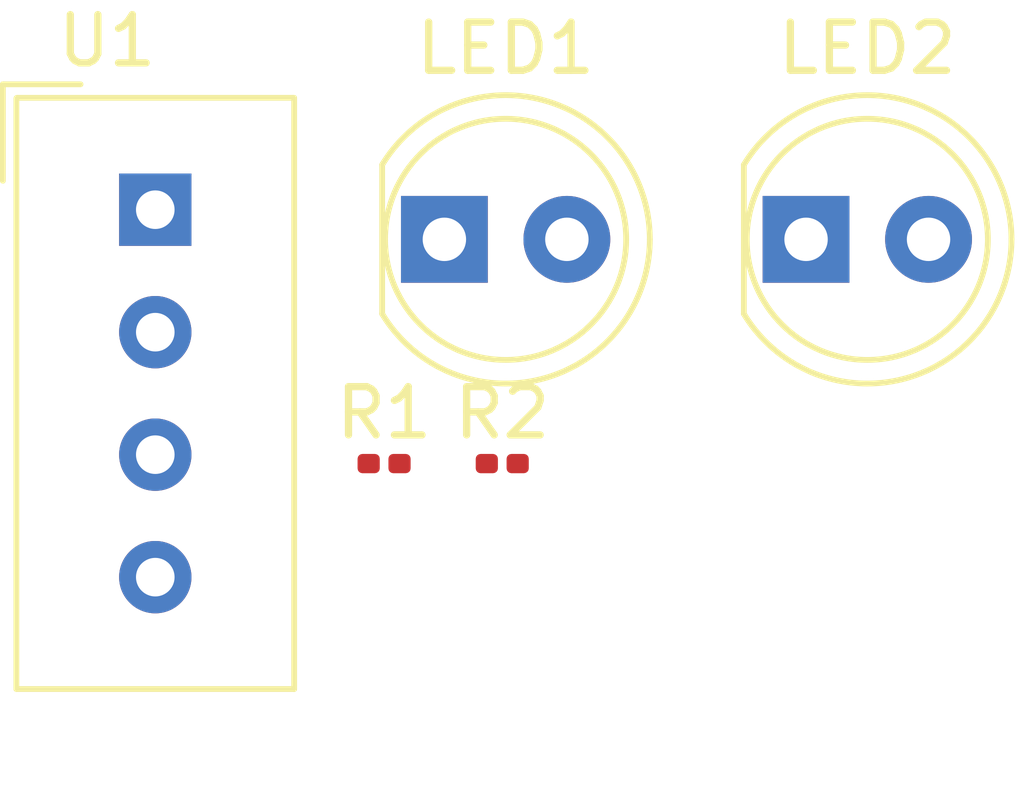
<source format=kicad_pcb>
(kicad_pcb (version 20171130) (host pcbnew "(5.1.8)-1")

  (general
    (thickness 1.6)
    (drawings 0)
    (tracks 0)
    (zones 0)
    (modules 5)
    (nets 9)
  )

  (page A4)
  (layers
    (0 F.Cu signal)
    (31 B.Cu signal)
    (32 B.Adhes user)
    (33 F.Adhes user)
    (34 B.Paste user)
    (35 F.Paste user)
    (36 B.SilkS user)
    (37 F.SilkS user)
    (38 B.Mask user)
    (39 F.Mask user)
    (40 Dwgs.User user)
    (41 Cmts.User user)
    (42 Eco1.User user)
    (43 Eco2.User user)
    (44 Edge.Cuts user)
    (45 Margin user)
    (46 B.CrtYd user)
    (47 F.CrtYd user)
    (48 B.Fab user)
    (49 F.Fab user)
  )

  (setup
    (last_trace_width 0.25)
    (trace_clearance 0.2)
    (zone_clearance 0.508)
    (zone_45_only no)
    (trace_min 0.2)
    (via_size 0.8)
    (via_drill 0.4)
    (via_min_size 0.4)
    (via_min_drill 0.3)
    (uvia_size 0.3)
    (uvia_drill 0.1)
    (uvias_allowed no)
    (uvia_min_size 0.2)
    (uvia_min_drill 0.1)
    (edge_width 0.05)
    (segment_width 0.2)
    (pcb_text_width 0.3)
    (pcb_text_size 1.5 1.5)
    (mod_edge_width 0.12)
    (mod_text_size 1 1)
    (mod_text_width 0.15)
    (pad_size 1.524 1.524)
    (pad_drill 0.762)
    (pad_to_mask_clearance 0)
    (aux_axis_origin 0 0)
    (visible_elements FFFFFF7F)
    (pcbplotparams
      (layerselection 0x010fc_ffffffff)
      (usegerberextensions false)
      (usegerberattributes true)
      (usegerberadvancedattributes true)
      (creategerberjobfile true)
      (excludeedgelayer true)
      (linewidth 0.100000)
      (plotframeref false)
      (viasonmask false)
      (mode 1)
      (useauxorigin false)
      (hpglpennumber 1)
      (hpglpenspeed 20)
      (hpglpendiameter 15.000000)
      (psnegative false)
      (psa4output false)
      (plotreference true)
      (plotvalue true)
      (plotinvisibletext false)
      (padsonsilk false)
      (subtractmaskfromsilk false)
      (outputformat 1)
      (mirror false)
      (drillshape 1)
      (scaleselection 1)
      (outputdirectory ""))
  )

  (net 0 "")
  (net 1 "Net-(LED1-Pad2)")
  (net 2 GND)
  (net 3 "Net-(LED2-Pad2)")
  (net 4 "Net-(R1-Pad1)")
  (net 5 "Net-(R2-Pad1)")
  (net 6 "Net-(U1-Pad3)")
  (net 7 "Net-(U1-Pad2)")
  (net 8 +5V)

  (net_class Default "This is the default net class."
    (clearance 0.2)
    (trace_width 0.25)
    (via_dia 0.8)
    (via_drill 0.4)
    (uvia_dia 0.3)
    (uvia_drill 0.1)
    (add_net +5V)
    (add_net GND)
    (add_net "Net-(LED1-Pad2)")
    (add_net "Net-(LED2-Pad2)")
    (add_net "Net-(R1-Pad1)")
    (add_net "Net-(R2-Pad1)")
    (add_net "Net-(U1-Pad2)")
    (add_net "Net-(U1-Pad3)")
  )

  (module Sensor:Aosong_DHT11_5.5x12.0_P2.54mm (layer F.Cu) (tedit 5C4B60CF) (tstamp 5FDC7208)
    (at 128.625 113.685)
    (descr "Temperature and humidity module, http://akizukidenshi.com/download/ds/aosong/DHT11.pdf")
    (tags "Temperature and humidity module")
    (path /5FDC0417)
    (fp_text reference U1 (at -1 -3.5) (layer F.SilkS)
      (effects (font (size 1 1) (thickness 0.15)))
    )
    (fp_text value DHT11 (at 0 11.3) (layer F.Fab)
      (effects (font (size 1 1) (thickness 0.15)))
    )
    (fp_text user %R (at 0 3.81) (layer F.Fab)
      (effects (font (size 1 1) (thickness 0.15)))
    )
    (fp_line (start -1.75 -2.19) (end 2.75 -2.19) (layer F.Fab) (width 0.1))
    (fp_line (start 2.75 -2.19) (end 2.75 9.81) (layer F.Fab) (width 0.1))
    (fp_line (start 2.75 9.81) (end -2.75 9.81) (layer F.Fab) (width 0.1))
    (fp_line (start -2.75 -1.19) (end -2.75 9.81) (layer F.Fab) (width 0.1))
    (fp_line (start -2.87 -2.32) (end 2.87 -2.32) (layer F.SilkS) (width 0.12))
    (fp_line (start 2.88 -2.32) (end 2.88 9.94) (layer F.SilkS) (width 0.12))
    (fp_line (start 2.88 9.94) (end -2.88 9.94) (layer F.SilkS) (width 0.12))
    (fp_line (start -2.88 9.94) (end -2.88 -2.31) (layer F.SilkS) (width 0.12))
    (fp_line (start -3 -2.44) (end 3 -2.44) (layer F.CrtYd) (width 0.05))
    (fp_line (start 3 -2.44) (end 3 10.06) (layer F.CrtYd) (width 0.05))
    (fp_line (start 3 10.06) (end -3 10.06) (layer F.CrtYd) (width 0.05))
    (fp_line (start -3 10.06) (end -3 -2.44) (layer F.CrtYd) (width 0.05))
    (fp_line (start -2.75 -1.19) (end -1.75 -2.19) (layer F.Fab) (width 0.1))
    (fp_line (start -3.16 -2.6) (end -3.16 -0.6) (layer F.SilkS) (width 0.12))
    (fp_line (start -3.16 -2.6) (end -1.55 -2.6) (layer F.SilkS) (width 0.12))
    (pad 4 thru_hole circle (at 0 7.62) (size 1.5 1.5) (drill 0.8) (layers *.Cu *.Mask)
      (net 2 GND))
    (pad 3 thru_hole circle (at 0 5.08) (size 1.5 1.5) (drill 0.8) (layers *.Cu *.Mask)
      (net 6 "Net-(U1-Pad3)"))
    (pad 2 thru_hole circle (at 0 2.54) (size 1.5 1.5) (drill 0.8) (layers *.Cu *.Mask)
      (net 7 "Net-(U1-Pad2)"))
    (pad 1 thru_hole rect (at 0 0) (size 1.5 1.5) (drill 0.8) (layers *.Cu *.Mask)
      (net 8 +5V))
    (model ${KISYS3DMOD}/Sensor.3dshapes/Aosong_DHT11_5.5x12.0_P2.54mm.wrl
      (at (xyz 0 0 0))
      (scale (xyz 1 1 1))
      (rotate (xyz 0 0 0))
    )
  )

  (module res:R_0201_0603Metric (layer F.Cu) (tedit 5FDB93C4) (tstamp 5FDC71F0)
    (at 135.82 118.95)
    (descr "Resistor SMD 0201 (0603 Metric), square (rectangular) end terminal, IPC_7351 nominal, (Body size source: https://www.vishay.com/docs/20052/crcw0201e3.pdf), generated with kicad-footprint-generator")
    (tags resistor)
    (path /5FDBFCEA)
    (attr smd)
    (fp_text reference R2 (at 0 -1.05) (layer F.SilkS)
      (effects (font (size 1 1) (thickness 0.15)))
    )
    (fp_text value 1000 (at 0 1.05) (layer F.Fab)
      (effects (font (size 1 1) (thickness 0.15)))
    )
    (fp_text user %R (at 0 -0.68) (layer F.Fab)
      (effects (font (size 0.25 0.25) (thickness 0.04)))
    )
    (fp_line (start 0.7 0.35) (end -0.7 0.35) (layer F.CrtYd) (width 0.05))
    (fp_line (start 0.7 -0.35) (end 0.7 0.35) (layer F.CrtYd) (width 0.05))
    (fp_line (start -0.7 -0.35) (end 0.7 -0.35) (layer F.CrtYd) (width 0.05))
    (fp_line (start -0.7 0.35) (end -0.7 -0.35) (layer F.CrtYd) (width 0.05))
    (fp_line (start 0.3 0.15) (end -0.3 0.15) (layer F.Fab) (width 0.1))
    (fp_line (start 0.3 -0.15) (end 0.3 0.15) (layer F.Fab) (width 0.1))
    (fp_line (start -0.3 -0.15) (end 0.3 -0.15) (layer F.Fab) (width 0.1))
    (fp_line (start -0.3 0.15) (end -0.3 -0.15) (layer F.Fab) (width 0.1))
    (pad 2 smd roundrect (at 0.32 0) (size 0.46 0.4) (layers F.Cu F.Mask) (roundrect_rratio 0.25)
      (net 3 "Net-(LED2-Pad2)"))
    (pad 1 smd roundrect (at -0.32 0) (size 0.46 0.4) (layers F.Cu F.Mask) (roundrect_rratio 0.25)
      (net 5 "Net-(R2-Pad1)"))
    (pad "" smd roundrect (at 0.345 0) (size 0.318 0.36) (layers F.Paste) (roundrect_rratio 0.25))
    (pad "" smd roundrect (at -0.345 0) (size 0.318 0.36) (layers F.Paste) (roundrect_rratio 0.25))
    (model ${KISYS3DMOD}/Resistor_SMD.3dshapes/R_0201_0603Metric.wrl
      (at (xyz 0 0 0))
      (scale (xyz 1 1 1))
      (rotate (xyz 0 0 0))
    )
  )

  (module res:R_0201_0603Metric (layer F.Cu) (tedit 5FDB93C4) (tstamp 5FDC71DF)
    (at 133.37 118.95)
    (descr "Resistor SMD 0201 (0603 Metric), square (rectangular) end terminal, IPC_7351 nominal, (Body size source: https://www.vishay.com/docs/20052/crcw0201e3.pdf), generated with kicad-footprint-generator")
    (tags resistor)
    (path /5FDBF400)
    (attr smd)
    (fp_text reference R1 (at 0 -1.05) (layer F.SilkS)
      (effects (font (size 1 1) (thickness 0.15)))
    )
    (fp_text value 1000 (at 0 1.05) (layer F.Fab)
      (effects (font (size 1 1) (thickness 0.15)))
    )
    (fp_text user %R (at 0 -0.68) (layer F.Fab)
      (effects (font (size 0.25 0.25) (thickness 0.04)))
    )
    (fp_line (start 0.7 0.35) (end -0.7 0.35) (layer F.CrtYd) (width 0.05))
    (fp_line (start 0.7 -0.35) (end 0.7 0.35) (layer F.CrtYd) (width 0.05))
    (fp_line (start -0.7 -0.35) (end 0.7 -0.35) (layer F.CrtYd) (width 0.05))
    (fp_line (start -0.7 0.35) (end -0.7 -0.35) (layer F.CrtYd) (width 0.05))
    (fp_line (start 0.3 0.15) (end -0.3 0.15) (layer F.Fab) (width 0.1))
    (fp_line (start 0.3 -0.15) (end 0.3 0.15) (layer F.Fab) (width 0.1))
    (fp_line (start -0.3 -0.15) (end 0.3 -0.15) (layer F.Fab) (width 0.1))
    (fp_line (start -0.3 0.15) (end -0.3 -0.15) (layer F.Fab) (width 0.1))
    (pad 2 smd roundrect (at 0.32 0) (size 0.46 0.4) (layers F.Cu F.Mask) (roundrect_rratio 0.25)
      (net 1 "Net-(LED1-Pad2)"))
    (pad 1 smd roundrect (at -0.32 0) (size 0.46 0.4) (layers F.Cu F.Mask) (roundrect_rratio 0.25)
      (net 4 "Net-(R1-Pad1)"))
    (pad "" smd roundrect (at 0.345 0) (size 0.318 0.36) (layers F.Paste) (roundrect_rratio 0.25))
    (pad "" smd roundrect (at -0.345 0) (size 0.318 0.36) (layers F.Paste) (roundrect_rratio 0.25))
    (model ${KISYS3DMOD}/Resistor_SMD.3dshapes/R_0201_0603Metric.wrl
      (at (xyz 0 0 0))
      (scale (xyz 1 1 1))
      (rotate (xyz 0 0 0))
    )
  )

  (module LED_THT:LED_D5.0mm_IRGrey (layer F.Cu) (tedit 5A6C9BB8) (tstamp 5FDC71CE)
    (at 142.12 114.3)
    (descr "LED, diameter 5.0mm, 2 pins, http://cdn-reichelt.de/documents/datenblatt/A500/LL-504BC2E-009.pdf")
    (tags "LED diameter 5.0mm 2 pins")
    (path /5FDBECDA)
    (fp_text reference LED2 (at 1.27 -3.96) (layer F.SilkS)
      (effects (font (size 1 1) (thickness 0.15)))
    )
    (fp_text value Plava (at 1.27 3.96) (layer F.Fab)
      (effects (font (size 1 1) (thickness 0.15)))
    )
    (fp_arc (start 1.27 0) (end -1.29 1.54483) (angle -148.9) (layer F.SilkS) (width 0.12))
    (fp_arc (start 1.27 0) (end -1.29 -1.54483) (angle 148.9) (layer F.SilkS) (width 0.12))
    (fp_arc (start 1.27 0) (end -1.23 -1.469694) (angle 299.1) (layer F.Fab) (width 0.1))
    (fp_text user %R (at 1.25 0) (layer F.Fab)
      (effects (font (size 0.8 0.8) (thickness 0.2)))
    )
    (fp_line (start -1.23 -1.469694) (end -1.23 1.469694) (layer F.Fab) (width 0.1))
    (fp_line (start -1.29 -1.545) (end -1.29 1.545) (layer F.SilkS) (width 0.12))
    (fp_line (start -1.95 -3.25) (end -1.95 3.25) (layer F.CrtYd) (width 0.05))
    (fp_line (start -1.95 3.25) (end 4.5 3.25) (layer F.CrtYd) (width 0.05))
    (fp_line (start 4.5 3.25) (end 4.5 -3.25) (layer F.CrtYd) (width 0.05))
    (fp_line (start 4.5 -3.25) (end -1.95 -3.25) (layer F.CrtYd) (width 0.05))
    (fp_circle (center 1.27 0) (end 3.77 0) (layer F.Fab) (width 0.1))
    (fp_circle (center 1.27 0) (end 3.77 0) (layer F.SilkS) (width 0.12))
    (pad 2 thru_hole circle (at 2.54 0) (size 1.8 1.8) (drill 0.9) (layers *.Cu *.Mask)
      (net 3 "Net-(LED2-Pad2)"))
    (pad 1 thru_hole rect (at 0 0) (size 1.8 1.8) (drill 0.9) (layers *.Cu *.Mask)
      (net 2 GND))
    (model ${KISYS3DMOD}/LED_THT.3dshapes/LED_D5.0mm_IRGrey.wrl
      (at (xyz 0 0 0))
      (scale (xyz 1 1 1))
      (rotate (xyz 0 0 0))
    )
  )

  (module LED_THT:LED_D5.0mm_IRGrey (layer F.Cu) (tedit 5A6C9BB8) (tstamp 5FDC71BC)
    (at 134.62 114.3)
    (descr "LED, diameter 5.0mm, 2 pins, http://cdn-reichelt.de/documents/datenblatt/A500/LL-504BC2E-009.pdf")
    (tags "LED diameter 5.0mm 2 pins")
    (path /5FDBD0A8)
    (fp_text reference LED1 (at 1.27 -3.96) (layer F.SilkS)
      (effects (font (size 1 1) (thickness 0.15)))
    )
    (fp_text value Crvena (at 1.27 3.96) (layer F.Fab)
      (effects (font (size 1 1) (thickness 0.15)))
    )
    (fp_arc (start 1.27 0) (end -1.29 1.54483) (angle -148.9) (layer F.SilkS) (width 0.12))
    (fp_arc (start 1.27 0) (end -1.29 -1.54483) (angle 148.9) (layer F.SilkS) (width 0.12))
    (fp_arc (start 1.27 0) (end -1.23 -1.469694) (angle 299.1) (layer F.Fab) (width 0.1))
    (fp_text user %R (at 1.25 0) (layer F.Fab)
      (effects (font (size 0.8 0.8) (thickness 0.2)))
    )
    (fp_line (start -1.23 -1.469694) (end -1.23 1.469694) (layer F.Fab) (width 0.1))
    (fp_line (start -1.29 -1.545) (end -1.29 1.545) (layer F.SilkS) (width 0.12))
    (fp_line (start -1.95 -3.25) (end -1.95 3.25) (layer F.CrtYd) (width 0.05))
    (fp_line (start -1.95 3.25) (end 4.5 3.25) (layer F.CrtYd) (width 0.05))
    (fp_line (start 4.5 3.25) (end 4.5 -3.25) (layer F.CrtYd) (width 0.05))
    (fp_line (start 4.5 -3.25) (end -1.95 -3.25) (layer F.CrtYd) (width 0.05))
    (fp_circle (center 1.27 0) (end 3.77 0) (layer F.Fab) (width 0.1))
    (fp_circle (center 1.27 0) (end 3.77 0) (layer F.SilkS) (width 0.12))
    (pad 2 thru_hole circle (at 2.54 0) (size 1.8 1.8) (drill 0.9) (layers *.Cu *.Mask)
      (net 1 "Net-(LED1-Pad2)"))
    (pad 1 thru_hole rect (at 0 0) (size 1.8 1.8) (drill 0.9) (layers *.Cu *.Mask)
      (net 2 GND))
    (model ${KISYS3DMOD}/LED_THT.3dshapes/LED_D5.0mm_IRGrey.wrl
      (at (xyz 0 0 0))
      (scale (xyz 1 1 1))
      (rotate (xyz 0 0 0))
    )
  )

)

</source>
